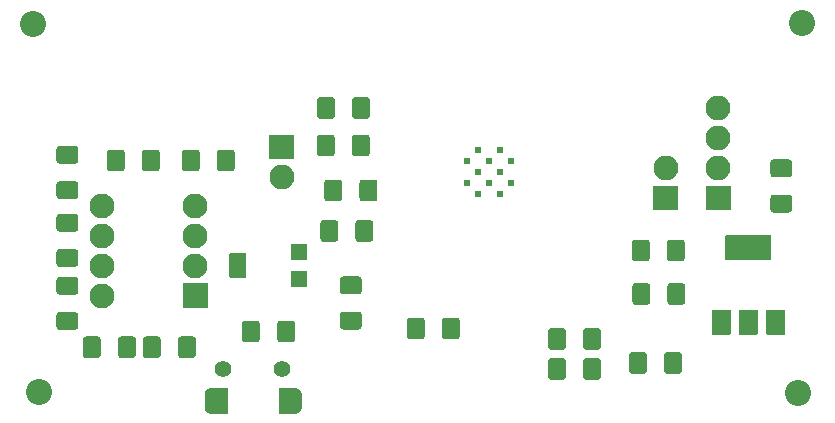
<source format=gts>
G04 #@! TF.GenerationSoftware,KiCad,Pcbnew,(5.1.9)-1*
G04 #@! TF.CreationDate,2021-04-14T09:49:37+02:00*
G04 #@! TF.ProjectId,Copy_bachelorproef morse,436f7079-5f62-4616-9368-656c6f727072,rev?*
G04 #@! TF.SameCoordinates,Original*
G04 #@! TF.FileFunction,Soldermask,Top*
G04 #@! TF.FilePolarity,Negative*
%FSLAX46Y46*%
G04 Gerber Fmt 4.6, Leading zero omitted, Abs format (unit mm)*
G04 Created by KiCad (PCBNEW (5.1.9)-1) date 2021-04-14 09:49:37*
%MOMM*%
%LPD*%
G01*
G04 APERTURE LIST*
%ADD10C,0.000100*%
%ADD11C,2.202000*%
%ADD12C,0.602000*%
%ADD13O,2.102000X2.102000*%
%ADD14C,2.102000*%
%ADD15C,1.402000*%
G04 APERTURE END LIST*
D10*
G36*
X113926500Y-102455000D02*
G01*
X112626500Y-102455000D01*
X112626500Y-104555000D01*
X113926500Y-104555000D01*
X113956590Y-104554210D01*
X113986600Y-104551850D01*
X114016450Y-104547920D01*
X114046050Y-104542430D01*
X114075320Y-104535410D01*
X114104180Y-104526860D01*
X114132560Y-104516810D01*
X114160370Y-104505290D01*
X114187540Y-104492329D01*
X114214000Y-104477965D01*
X114239670Y-104462236D01*
X114264480Y-104445185D01*
X114288360Y-104426859D01*
X114311250Y-104407308D01*
X114333090Y-104386586D01*
X114353810Y-104364750D01*
X114373360Y-104341859D01*
X114391680Y-104317977D01*
X114408740Y-104293167D01*
X114424460Y-104267500D01*
X114438830Y-104241045D01*
X114451790Y-104213874D01*
X114463310Y-104186062D01*
X114473360Y-104157685D01*
X114481910Y-104128821D01*
X114488930Y-104099549D01*
X114494420Y-104069950D01*
X114498350Y-104040104D01*
X114500710Y-104010093D01*
X114501500Y-103980000D01*
X114501500Y-103030000D01*
X114500710Y-102999907D01*
X114498350Y-102969896D01*
X114494420Y-102940050D01*
X114488930Y-102910451D01*
X114481910Y-102881179D01*
X114473360Y-102852315D01*
X114463310Y-102823938D01*
X114451790Y-102796126D01*
X114438830Y-102768955D01*
X114424460Y-102742500D01*
X114408740Y-102716833D01*
X114391680Y-102692023D01*
X114373360Y-102668141D01*
X114353810Y-102645250D01*
X114333090Y-102623414D01*
X114311250Y-102602692D01*
X114288360Y-102583141D01*
X114264480Y-102564815D01*
X114239670Y-102547764D01*
X114214000Y-102532035D01*
X114187540Y-102517671D01*
X114160370Y-102504710D01*
X114132560Y-102493190D01*
X114104180Y-102483140D01*
X114075320Y-102474590D01*
X114046050Y-102467570D01*
X114016450Y-102462080D01*
X113986600Y-102458150D01*
X113956590Y-102455790D01*
X113926500Y-102455000D01*
G37*
X113926500Y-102455000D02*
X112626500Y-102455000D01*
X112626500Y-104555000D01*
X113926500Y-104555000D01*
X113956590Y-104554210D01*
X113986600Y-104551850D01*
X114016450Y-104547920D01*
X114046050Y-104542430D01*
X114075320Y-104535410D01*
X114104180Y-104526860D01*
X114132560Y-104516810D01*
X114160370Y-104505290D01*
X114187540Y-104492329D01*
X114214000Y-104477965D01*
X114239670Y-104462236D01*
X114264480Y-104445185D01*
X114288360Y-104426859D01*
X114311250Y-104407308D01*
X114333090Y-104386586D01*
X114353810Y-104364750D01*
X114373360Y-104341859D01*
X114391680Y-104317977D01*
X114408740Y-104293167D01*
X114424460Y-104267500D01*
X114438830Y-104241045D01*
X114451790Y-104213874D01*
X114463310Y-104186062D01*
X114473360Y-104157685D01*
X114481910Y-104128821D01*
X114488930Y-104099549D01*
X114494420Y-104069950D01*
X114498350Y-104040104D01*
X114500710Y-104010093D01*
X114501500Y-103980000D01*
X114501500Y-103030000D01*
X114500710Y-102999907D01*
X114498350Y-102969896D01*
X114494420Y-102940050D01*
X114488930Y-102910451D01*
X114481910Y-102881179D01*
X114473360Y-102852315D01*
X114463310Y-102823938D01*
X114451790Y-102796126D01*
X114438830Y-102768955D01*
X114424460Y-102742500D01*
X114408740Y-102716833D01*
X114391680Y-102692023D01*
X114373360Y-102668141D01*
X114353810Y-102645250D01*
X114333090Y-102623414D01*
X114311250Y-102602692D01*
X114288360Y-102583141D01*
X114264480Y-102564815D01*
X114239670Y-102547764D01*
X114214000Y-102532035D01*
X114187540Y-102517671D01*
X114160370Y-102504710D01*
X114132560Y-102493190D01*
X114104180Y-102483140D01*
X114075320Y-102474590D01*
X114046050Y-102467570D01*
X114016450Y-102462080D01*
X113986600Y-102458150D01*
X113956590Y-102455790D01*
X113926500Y-102455000D01*
G36*
X106926500Y-102455000D02*
G01*
X108226500Y-102455000D01*
X108226500Y-104555000D01*
X106926500Y-104555000D01*
X106896410Y-104554210D01*
X106866400Y-104551850D01*
X106836550Y-104547920D01*
X106806950Y-104542430D01*
X106777680Y-104535410D01*
X106748820Y-104526860D01*
X106720440Y-104516810D01*
X106692630Y-104505290D01*
X106665460Y-104492329D01*
X106639000Y-104477965D01*
X106613330Y-104462236D01*
X106588520Y-104445185D01*
X106564640Y-104426859D01*
X106541750Y-104407308D01*
X106519910Y-104386586D01*
X106499190Y-104364750D01*
X106479640Y-104341859D01*
X106461320Y-104317977D01*
X106444260Y-104293167D01*
X106428540Y-104267500D01*
X106414170Y-104241045D01*
X106401210Y-104213874D01*
X106389690Y-104186062D01*
X106379640Y-104157685D01*
X106371090Y-104128821D01*
X106364070Y-104099549D01*
X106358580Y-104069950D01*
X106354650Y-104040104D01*
X106352290Y-104010093D01*
X106351500Y-103980000D01*
X106351500Y-103030000D01*
X106352290Y-102999907D01*
X106354650Y-102969896D01*
X106358580Y-102940050D01*
X106364070Y-102910451D01*
X106371090Y-102881179D01*
X106379640Y-102852315D01*
X106389690Y-102823938D01*
X106401210Y-102796126D01*
X106414170Y-102768955D01*
X106428540Y-102742500D01*
X106444260Y-102716833D01*
X106461320Y-102692023D01*
X106479640Y-102668141D01*
X106499190Y-102645250D01*
X106519910Y-102623414D01*
X106541750Y-102602692D01*
X106564640Y-102583141D01*
X106588520Y-102564815D01*
X106613330Y-102547764D01*
X106639000Y-102532035D01*
X106665460Y-102517671D01*
X106692630Y-102504710D01*
X106720440Y-102493190D01*
X106748820Y-102483140D01*
X106777680Y-102474590D01*
X106806950Y-102467570D01*
X106836550Y-102462080D01*
X106866400Y-102458150D01*
X106896410Y-102455790D01*
X106926500Y-102455000D01*
G37*
X106926500Y-102455000D02*
X108226500Y-102455000D01*
X108226500Y-104555000D01*
X106926500Y-104555000D01*
X106896410Y-104554210D01*
X106866400Y-104551850D01*
X106836550Y-104547920D01*
X106806950Y-104542430D01*
X106777680Y-104535410D01*
X106748820Y-104526860D01*
X106720440Y-104516810D01*
X106692630Y-104505290D01*
X106665460Y-104492329D01*
X106639000Y-104477965D01*
X106613330Y-104462236D01*
X106588520Y-104445185D01*
X106564640Y-104426859D01*
X106541750Y-104407308D01*
X106519910Y-104386586D01*
X106499190Y-104364750D01*
X106479640Y-104341859D01*
X106461320Y-104317977D01*
X106444260Y-104293167D01*
X106428540Y-104267500D01*
X106414170Y-104241045D01*
X106401210Y-104213874D01*
X106389690Y-104186062D01*
X106379640Y-104157685D01*
X106371090Y-104128821D01*
X106364070Y-104099549D01*
X106358580Y-104069950D01*
X106354650Y-104040104D01*
X106352290Y-104010093D01*
X106351500Y-103980000D01*
X106351500Y-103030000D01*
X106352290Y-102999907D01*
X106354650Y-102969896D01*
X106358580Y-102940050D01*
X106364070Y-102910451D01*
X106371090Y-102881179D01*
X106379640Y-102852315D01*
X106389690Y-102823938D01*
X106401210Y-102796126D01*
X106414170Y-102768955D01*
X106428540Y-102742500D01*
X106444260Y-102716833D01*
X106461320Y-102692023D01*
X106479640Y-102668141D01*
X106499190Y-102645250D01*
X106519910Y-102623414D01*
X106541750Y-102602692D01*
X106564640Y-102583141D01*
X106588520Y-102564815D01*
X106613330Y-102547764D01*
X106639000Y-102532035D01*
X106665460Y-102517671D01*
X106692630Y-102504710D01*
X106720440Y-102493190D01*
X106748820Y-102483140D01*
X106777680Y-102474590D01*
X106806950Y-102467570D01*
X106836550Y-102462080D01*
X106866400Y-102458150D01*
X106896410Y-102455790D01*
X106926500Y-102455000D01*
G36*
X113926500Y-102455000D02*
G01*
X112626500Y-102455000D01*
X112626500Y-104555000D01*
X113926500Y-104555000D01*
X113956590Y-104554210D01*
X113986600Y-104551850D01*
X114016450Y-104547920D01*
X114046050Y-104542430D01*
X114075320Y-104535410D01*
X114104180Y-104526860D01*
X114132560Y-104516810D01*
X114160370Y-104505290D01*
X114187540Y-104492329D01*
X114214000Y-104477965D01*
X114239670Y-104462236D01*
X114264480Y-104445185D01*
X114288360Y-104426859D01*
X114311250Y-104407308D01*
X114333090Y-104386586D01*
X114353810Y-104364750D01*
X114373360Y-104341859D01*
X114391680Y-104317977D01*
X114408740Y-104293167D01*
X114424460Y-104267500D01*
X114438830Y-104241045D01*
X114451790Y-104213874D01*
X114463310Y-104186062D01*
X114473360Y-104157685D01*
X114481910Y-104128821D01*
X114488930Y-104099549D01*
X114494420Y-104069950D01*
X114498350Y-104040104D01*
X114500710Y-104010093D01*
X114501500Y-103980000D01*
X114501500Y-103030000D01*
X114500710Y-102999907D01*
X114498350Y-102969896D01*
X114494420Y-102940050D01*
X114488930Y-102910451D01*
X114481910Y-102881179D01*
X114473360Y-102852315D01*
X114463310Y-102823938D01*
X114451790Y-102796126D01*
X114438830Y-102768955D01*
X114424460Y-102742500D01*
X114408740Y-102716833D01*
X114391680Y-102692023D01*
X114373360Y-102668141D01*
X114353810Y-102645250D01*
X114333090Y-102623414D01*
X114311250Y-102602692D01*
X114288360Y-102583141D01*
X114264480Y-102564815D01*
X114239670Y-102547764D01*
X114214000Y-102532035D01*
X114187540Y-102517671D01*
X114160370Y-102504710D01*
X114132560Y-102493190D01*
X114104180Y-102483140D01*
X114075320Y-102474590D01*
X114046050Y-102467570D01*
X114016450Y-102462080D01*
X113986600Y-102458150D01*
X113956590Y-102455790D01*
X113926500Y-102455000D01*
G37*
X113926500Y-102455000D02*
X112626500Y-102455000D01*
X112626500Y-104555000D01*
X113926500Y-104555000D01*
X113956590Y-104554210D01*
X113986600Y-104551850D01*
X114016450Y-104547920D01*
X114046050Y-104542430D01*
X114075320Y-104535410D01*
X114104180Y-104526860D01*
X114132560Y-104516810D01*
X114160370Y-104505290D01*
X114187540Y-104492329D01*
X114214000Y-104477965D01*
X114239670Y-104462236D01*
X114264480Y-104445185D01*
X114288360Y-104426859D01*
X114311250Y-104407308D01*
X114333090Y-104386586D01*
X114353810Y-104364750D01*
X114373360Y-104341859D01*
X114391680Y-104317977D01*
X114408740Y-104293167D01*
X114424460Y-104267500D01*
X114438830Y-104241045D01*
X114451790Y-104213874D01*
X114463310Y-104186062D01*
X114473360Y-104157685D01*
X114481910Y-104128821D01*
X114488930Y-104099549D01*
X114494420Y-104069950D01*
X114498350Y-104040104D01*
X114500710Y-104010093D01*
X114501500Y-103980000D01*
X114501500Y-103030000D01*
X114500710Y-102999907D01*
X114498350Y-102969896D01*
X114494420Y-102940050D01*
X114488930Y-102910451D01*
X114481910Y-102881179D01*
X114473360Y-102852315D01*
X114463310Y-102823938D01*
X114451790Y-102796126D01*
X114438830Y-102768955D01*
X114424460Y-102742500D01*
X114408740Y-102716833D01*
X114391680Y-102692023D01*
X114373360Y-102668141D01*
X114353810Y-102645250D01*
X114333090Y-102623414D01*
X114311250Y-102602692D01*
X114288360Y-102583141D01*
X114264480Y-102564815D01*
X114239670Y-102547764D01*
X114214000Y-102532035D01*
X114187540Y-102517671D01*
X114160370Y-102504710D01*
X114132560Y-102493190D01*
X114104180Y-102483140D01*
X114075320Y-102474590D01*
X114046050Y-102467570D01*
X114016450Y-102462080D01*
X113986600Y-102458150D01*
X113956590Y-102455790D01*
X113926500Y-102455000D01*
G36*
X106926500Y-102455000D02*
G01*
X108226500Y-102455000D01*
X108226500Y-104555000D01*
X106926500Y-104555000D01*
X106896410Y-104554210D01*
X106866400Y-104551850D01*
X106836550Y-104547920D01*
X106806950Y-104542430D01*
X106777680Y-104535410D01*
X106748820Y-104526860D01*
X106720440Y-104516810D01*
X106692630Y-104505290D01*
X106665460Y-104492329D01*
X106639000Y-104477965D01*
X106613330Y-104462236D01*
X106588520Y-104445185D01*
X106564640Y-104426859D01*
X106541750Y-104407308D01*
X106519910Y-104386586D01*
X106499190Y-104364750D01*
X106479640Y-104341859D01*
X106461320Y-104317977D01*
X106444260Y-104293167D01*
X106428540Y-104267500D01*
X106414170Y-104241045D01*
X106401210Y-104213874D01*
X106389690Y-104186062D01*
X106379640Y-104157685D01*
X106371090Y-104128821D01*
X106364070Y-104099549D01*
X106358580Y-104069950D01*
X106354650Y-104040104D01*
X106352290Y-104010093D01*
X106351500Y-103980000D01*
X106351500Y-103030000D01*
X106352290Y-102999907D01*
X106354650Y-102969896D01*
X106358580Y-102940050D01*
X106364070Y-102910451D01*
X106371090Y-102881179D01*
X106379640Y-102852315D01*
X106389690Y-102823938D01*
X106401210Y-102796126D01*
X106414170Y-102768955D01*
X106428540Y-102742500D01*
X106444260Y-102716833D01*
X106461320Y-102692023D01*
X106479640Y-102668141D01*
X106499190Y-102645250D01*
X106519910Y-102623414D01*
X106541750Y-102602692D01*
X106564640Y-102583141D01*
X106588520Y-102564815D01*
X106613330Y-102547764D01*
X106639000Y-102532035D01*
X106665460Y-102517671D01*
X106692630Y-102504710D01*
X106720440Y-102493190D01*
X106748820Y-102483140D01*
X106777680Y-102474590D01*
X106806950Y-102467570D01*
X106836550Y-102462080D01*
X106866400Y-102458150D01*
X106896410Y-102455790D01*
X106926500Y-102455000D01*
G37*
X106926500Y-102455000D02*
X108226500Y-102455000D01*
X108226500Y-104555000D01*
X106926500Y-104555000D01*
X106896410Y-104554210D01*
X106866400Y-104551850D01*
X106836550Y-104547920D01*
X106806950Y-104542430D01*
X106777680Y-104535410D01*
X106748820Y-104526860D01*
X106720440Y-104516810D01*
X106692630Y-104505290D01*
X106665460Y-104492329D01*
X106639000Y-104477965D01*
X106613330Y-104462236D01*
X106588520Y-104445185D01*
X106564640Y-104426859D01*
X106541750Y-104407308D01*
X106519910Y-104386586D01*
X106499190Y-104364750D01*
X106479640Y-104341859D01*
X106461320Y-104317977D01*
X106444260Y-104293167D01*
X106428540Y-104267500D01*
X106414170Y-104241045D01*
X106401210Y-104213874D01*
X106389690Y-104186062D01*
X106379640Y-104157685D01*
X106371090Y-104128821D01*
X106364070Y-104099549D01*
X106358580Y-104069950D01*
X106354650Y-104040104D01*
X106352290Y-104010093D01*
X106351500Y-103980000D01*
X106351500Y-103030000D01*
X106352290Y-102999907D01*
X106354650Y-102969896D01*
X106358580Y-102940050D01*
X106364070Y-102910451D01*
X106371090Y-102881179D01*
X106379640Y-102852315D01*
X106389690Y-102823938D01*
X106401210Y-102796126D01*
X106414170Y-102768955D01*
X106428540Y-102742500D01*
X106444260Y-102716833D01*
X106461320Y-102692023D01*
X106479640Y-102668141D01*
X106499190Y-102645250D01*
X106519910Y-102623414D01*
X106541750Y-102602692D01*
X106564640Y-102583141D01*
X106588520Y-102564815D01*
X106613330Y-102547764D01*
X106639000Y-102532035D01*
X106665460Y-102517671D01*
X106692630Y-102504710D01*
X106720440Y-102493190D01*
X106748820Y-102483140D01*
X106777680Y-102474590D01*
X106806950Y-102467570D01*
X106836550Y-102462080D01*
X106866400Y-102458150D01*
X106896410Y-102455790D01*
X106926500Y-102455000D01*
G36*
G01*
X154300000Y-91627000D02*
X150500000Y-91627000D01*
G75*
G02*
X150449000Y-91576000I0J51000D01*
G01*
X150449000Y-89576000D01*
G75*
G02*
X150500000Y-89525000I51000J0D01*
G01*
X154300000Y-89525000D01*
G75*
G02*
X154351000Y-89576000I0J-51000D01*
G01*
X154351000Y-91576000D01*
G75*
G02*
X154300000Y-91627000I-51000J0D01*
G01*
G37*
G36*
G01*
X153150000Y-97927000D02*
X151650000Y-97927000D01*
G75*
G02*
X151599000Y-97876000I0J51000D01*
G01*
X151599000Y-95876000D01*
G75*
G02*
X151650000Y-95825000I51000J0D01*
G01*
X153150000Y-95825000D01*
G75*
G02*
X153201000Y-95876000I0J-51000D01*
G01*
X153201000Y-97876000D01*
G75*
G02*
X153150000Y-97927000I-51000J0D01*
G01*
G37*
G36*
G01*
X155450000Y-97927000D02*
X153950000Y-97927000D01*
G75*
G02*
X153899000Y-97876000I0J51000D01*
G01*
X153899000Y-95876000D01*
G75*
G02*
X153950000Y-95825000I51000J0D01*
G01*
X155450000Y-95825000D01*
G75*
G02*
X155501000Y-95876000I0J-51000D01*
G01*
X155501000Y-97876000D01*
G75*
G02*
X155450000Y-97927000I-51000J0D01*
G01*
G37*
G36*
G01*
X150850000Y-97927000D02*
X149350000Y-97927000D01*
G75*
G02*
X149299000Y-97876000I0J51000D01*
G01*
X149299000Y-95876000D01*
G75*
G02*
X149350000Y-95825000I51000J0D01*
G01*
X150850000Y-95825000D01*
G75*
G02*
X150901000Y-95876000I0J-51000D01*
G01*
X150901000Y-97876000D01*
G75*
G02*
X150850000Y-97927000I-51000J0D01*
G01*
G37*
G36*
G01*
X113659000Y-93875000D02*
X113659000Y-92575000D01*
G75*
G02*
X113710000Y-92524000I51000J0D01*
G01*
X115010000Y-92524000D01*
G75*
G02*
X115061000Y-92575000I0J-51000D01*
G01*
X115061000Y-93875000D01*
G75*
G02*
X115010000Y-93926000I-51000J0D01*
G01*
X113710000Y-93926000D01*
G75*
G02*
X113659000Y-93875000I0J51000D01*
G01*
G37*
G36*
G01*
X108459000Y-93075000D02*
X108459000Y-91075000D01*
G75*
G02*
X108510000Y-91024000I51000J0D01*
G01*
X109810000Y-91024000D01*
G75*
G02*
X109861000Y-91075000I0J-51000D01*
G01*
X109861000Y-93075000D01*
G75*
G02*
X109810000Y-93126000I-51000J0D01*
G01*
X108510000Y-93126000D01*
G75*
G02*
X108459000Y-93075000I0J51000D01*
G01*
G37*
G36*
G01*
X113659000Y-91575000D02*
X113659000Y-90275000D01*
G75*
G02*
X113710000Y-90224000I51000J0D01*
G01*
X115010000Y-90224000D01*
G75*
G02*
X115061000Y-90275000I0J-51000D01*
G01*
X115061000Y-91575000D01*
G75*
G02*
X115010000Y-91626000I-51000J0D01*
G01*
X113710000Y-91626000D01*
G75*
G02*
X113659000Y-91575000I0J51000D01*
G01*
G37*
D11*
X92329000Y-102743000D03*
X91821000Y-71628000D03*
X156972000Y-71501000D03*
X156591000Y-102870000D03*
D12*
X129527500Y-82320000D03*
X131362500Y-82320000D03*
X128610000Y-83237500D03*
X130445000Y-83237500D03*
X132280000Y-83237500D03*
X129527500Y-84155000D03*
X131362500Y-84155000D03*
X128610000Y-85072500D03*
X130445000Y-85072500D03*
X132280000Y-85072500D03*
X129527500Y-85990000D03*
X131362500Y-85990000D03*
G36*
G01*
X150911000Y-85360000D02*
X150911000Y-87360000D01*
G75*
G02*
X150860000Y-87411000I-51000J0D01*
G01*
X148860000Y-87411000D01*
G75*
G02*
X148809000Y-87360000I0J51000D01*
G01*
X148809000Y-85360000D01*
G75*
G02*
X148860000Y-85309000I51000J0D01*
G01*
X150860000Y-85309000D01*
G75*
G02*
X150911000Y-85360000I0J-51000D01*
G01*
G37*
D13*
X149860000Y-83820000D03*
X149860000Y-81280000D03*
X149860000Y-78740000D03*
G36*
G01*
X138392000Y-98956106D02*
X138392000Y-97639894D01*
G75*
G02*
X138659894Y-97372000I267894J0D01*
G01*
X139651106Y-97372000D01*
G75*
G02*
X139919000Y-97639894I0J-267894D01*
G01*
X139919000Y-98956106D01*
G75*
G02*
X139651106Y-99224000I-267894J0D01*
G01*
X138659894Y-99224000D01*
G75*
G02*
X138392000Y-98956106I0J267894D01*
G01*
G37*
G36*
G01*
X135417000Y-98956106D02*
X135417000Y-97639894D01*
G75*
G02*
X135684894Y-97372000I267894J0D01*
G01*
X136676106Y-97372000D01*
G75*
G02*
X136944000Y-97639894I0J-267894D01*
G01*
X136944000Y-98956106D01*
G75*
G02*
X136676106Y-99224000I-267894J0D01*
G01*
X135684894Y-99224000D01*
G75*
G02*
X135417000Y-98956106I0J267894D01*
G01*
G37*
G36*
G01*
X124997000Y-96750894D02*
X124997000Y-98067106D01*
G75*
G02*
X124729106Y-98335000I-267894J0D01*
G01*
X123737894Y-98335000D01*
G75*
G02*
X123470000Y-98067106I0J267894D01*
G01*
X123470000Y-96750894D01*
G75*
G02*
X123737894Y-96483000I267894J0D01*
G01*
X124729106Y-96483000D01*
G75*
G02*
X124997000Y-96750894I0J-267894D01*
G01*
G37*
G36*
G01*
X127972000Y-96750894D02*
X127972000Y-98067106D01*
G75*
G02*
X127704106Y-98335000I-267894J0D01*
G01*
X126712894Y-98335000D01*
G75*
G02*
X126445000Y-98067106I0J267894D01*
G01*
X126445000Y-96750894D01*
G75*
G02*
X126712894Y-96483000I267894J0D01*
G01*
X127704106Y-96483000D01*
G75*
G02*
X127972000Y-96750894I0J-267894D01*
G01*
G37*
G36*
G01*
X146466000Y-85360000D02*
X146466000Y-87360000D01*
G75*
G02*
X146415000Y-87411000I-51000J0D01*
G01*
X144415000Y-87411000D01*
G75*
G02*
X144364000Y-87360000I0J51000D01*
G01*
X144364000Y-85360000D01*
G75*
G02*
X144415000Y-85309000I51000J0D01*
G01*
X146415000Y-85309000D01*
G75*
G02*
X146466000Y-85360000I0J-51000D01*
G01*
G37*
X145415000Y-83820000D03*
G36*
G01*
X94083894Y-96010500D02*
X95400106Y-96010500D01*
G75*
G02*
X95668000Y-96278394I0J-267894D01*
G01*
X95668000Y-97269606D01*
G75*
G02*
X95400106Y-97537500I-267894J0D01*
G01*
X94083894Y-97537500D01*
G75*
G02*
X93816000Y-97269606I0J267894D01*
G01*
X93816000Y-96278394D01*
G75*
G02*
X94083894Y-96010500I267894J0D01*
G01*
G37*
G36*
G01*
X94083894Y-93035500D02*
X95400106Y-93035500D01*
G75*
G02*
X95668000Y-93303394I0J-267894D01*
G01*
X95668000Y-94294606D01*
G75*
G02*
X95400106Y-94562500I-267894J0D01*
G01*
X94083894Y-94562500D01*
G75*
G02*
X93816000Y-94294606I0J267894D01*
G01*
X93816000Y-93303394D01*
G75*
G02*
X94083894Y-93035500I267894J0D01*
G01*
G37*
G36*
G01*
X106621000Y-93615000D02*
X106621000Y-95615000D01*
G75*
G02*
X106570000Y-95666000I-51000J0D01*
G01*
X104570000Y-95666000D01*
G75*
G02*
X104519000Y-95615000I0J51000D01*
G01*
X104519000Y-93615000D01*
G75*
G02*
X104570000Y-93564000I51000J0D01*
G01*
X106570000Y-93564000D01*
G75*
G02*
X106621000Y-93615000I0J-51000D01*
G01*
G37*
D14*
X105570000Y-92075000D03*
X105570000Y-89535000D03*
X105570000Y-86995000D03*
X97630000Y-86995000D03*
X97630000Y-89535000D03*
X97630000Y-92075000D03*
X97630000Y-94615000D03*
D15*
X107926500Y-100805000D03*
X112926500Y-100805000D03*
G36*
G01*
X111852000Y-83042000D02*
X111852000Y-81042000D01*
G75*
G02*
X111903000Y-80991000I51000J0D01*
G01*
X113903000Y-80991000D01*
G75*
G02*
X113954000Y-81042000I0J-51000D01*
G01*
X113954000Y-83042000D01*
G75*
G02*
X113903000Y-83093000I-51000J0D01*
G01*
X111903000Y-83093000D01*
G75*
G02*
X111852000Y-83042000I0J51000D01*
G01*
G37*
D13*
X112903000Y-84582000D03*
G36*
G01*
X115859000Y-79398106D02*
X115859000Y-78081894D01*
G75*
G02*
X116126894Y-77814000I267894J0D01*
G01*
X117118106Y-77814000D01*
G75*
G02*
X117386000Y-78081894I0J-267894D01*
G01*
X117386000Y-79398106D01*
G75*
G02*
X117118106Y-79666000I-267894J0D01*
G01*
X116126894Y-79666000D01*
G75*
G02*
X115859000Y-79398106I0J267894D01*
G01*
G37*
G36*
G01*
X118834000Y-79398106D02*
X118834000Y-78081894D01*
G75*
G02*
X119101894Y-77814000I267894J0D01*
G01*
X120093106Y-77814000D01*
G75*
G02*
X120361000Y-78081894I0J-267894D01*
G01*
X120361000Y-79398106D01*
G75*
G02*
X120093106Y-79666000I-267894J0D01*
G01*
X119101894Y-79666000D01*
G75*
G02*
X118834000Y-79398106I0J267894D01*
G01*
G37*
G36*
G01*
X120996000Y-85066894D02*
X120996000Y-86383106D01*
G75*
G02*
X120728106Y-86651000I-267894J0D01*
G01*
X119736894Y-86651000D01*
G75*
G02*
X119469000Y-86383106I0J267894D01*
G01*
X119469000Y-85066894D01*
G75*
G02*
X119736894Y-84799000I267894J0D01*
G01*
X120728106Y-84799000D01*
G75*
G02*
X120996000Y-85066894I0J-267894D01*
G01*
G37*
G36*
G01*
X118021000Y-85066894D02*
X118021000Y-86383106D01*
G75*
G02*
X117753106Y-86651000I-267894J0D01*
G01*
X116761894Y-86651000D01*
G75*
G02*
X116494000Y-86383106I0J267894D01*
G01*
X116494000Y-85066894D01*
G75*
G02*
X116761894Y-84799000I267894J0D01*
G01*
X117753106Y-84799000D01*
G75*
G02*
X118021000Y-85066894I0J-267894D01*
G01*
G37*
G36*
G01*
X155852106Y-87595000D02*
X154535894Y-87595000D01*
G75*
G02*
X154268000Y-87327106I0J267894D01*
G01*
X154268000Y-86335894D01*
G75*
G02*
X154535894Y-86068000I267894J0D01*
G01*
X155852106Y-86068000D01*
G75*
G02*
X156120000Y-86335894I0J-267894D01*
G01*
X156120000Y-87327106D01*
G75*
G02*
X155852106Y-87595000I-267894J0D01*
G01*
G37*
G36*
G01*
X155852106Y-84620000D02*
X154535894Y-84620000D01*
G75*
G02*
X154268000Y-84352106I0J267894D01*
G01*
X154268000Y-83360894D01*
G75*
G02*
X154535894Y-83093000I267894J0D01*
G01*
X155852106Y-83093000D01*
G75*
G02*
X156120000Y-83360894I0J-267894D01*
G01*
X156120000Y-84352106D01*
G75*
G02*
X155852106Y-84620000I-267894J0D01*
G01*
G37*
G36*
G01*
X146777000Y-99671894D02*
X146777000Y-100988106D01*
G75*
G02*
X146509106Y-101256000I-267894J0D01*
G01*
X145517894Y-101256000D01*
G75*
G02*
X145250000Y-100988106I0J267894D01*
G01*
X145250000Y-99671894D01*
G75*
G02*
X145517894Y-99404000I267894J0D01*
G01*
X146509106Y-99404000D01*
G75*
G02*
X146777000Y-99671894I0J-267894D01*
G01*
G37*
G36*
G01*
X143802000Y-99671894D02*
X143802000Y-100988106D01*
G75*
G02*
X143534106Y-101256000I-267894J0D01*
G01*
X142542894Y-101256000D01*
G75*
G02*
X142275000Y-100988106I0J267894D01*
G01*
X142275000Y-99671894D01*
G75*
G02*
X142542894Y-99404000I267894J0D01*
G01*
X143534106Y-99404000D01*
G75*
G02*
X143802000Y-99671894I0J-267894D01*
G01*
G37*
G36*
G01*
X94083894Y-90676500D02*
X95400106Y-90676500D01*
G75*
G02*
X95668000Y-90944394I0J-267894D01*
G01*
X95668000Y-91935606D01*
G75*
G02*
X95400106Y-92203500I-267894J0D01*
G01*
X94083894Y-92203500D01*
G75*
G02*
X93816000Y-91935606I0J267894D01*
G01*
X93816000Y-90944394D01*
G75*
G02*
X94083894Y-90676500I267894J0D01*
G01*
G37*
G36*
G01*
X94083894Y-87701500D02*
X95400106Y-87701500D01*
G75*
G02*
X95668000Y-87969394I0J-267894D01*
G01*
X95668000Y-88960606D01*
G75*
G02*
X95400106Y-89228500I-267894J0D01*
G01*
X94083894Y-89228500D01*
G75*
G02*
X93816000Y-88960606I0J267894D01*
G01*
X93816000Y-87969394D01*
G75*
G02*
X94083894Y-87701500I267894J0D01*
G01*
G37*
G36*
G01*
X116149500Y-89812106D02*
X116149500Y-88495894D01*
G75*
G02*
X116417394Y-88228000I267894J0D01*
G01*
X117408606Y-88228000D01*
G75*
G02*
X117676500Y-88495894I0J-267894D01*
G01*
X117676500Y-89812106D01*
G75*
G02*
X117408606Y-90080000I-267894J0D01*
G01*
X116417394Y-90080000D01*
G75*
G02*
X116149500Y-89812106I0J267894D01*
G01*
G37*
G36*
G01*
X119124500Y-89812106D02*
X119124500Y-88495894D01*
G75*
G02*
X119392394Y-88228000I267894J0D01*
G01*
X120383606Y-88228000D01*
G75*
G02*
X120651500Y-88495894I0J-267894D01*
G01*
X120651500Y-89812106D01*
G75*
G02*
X120383606Y-90080000I-267894J0D01*
G01*
X119392394Y-90080000D01*
G75*
G02*
X119124500Y-89812106I0J267894D01*
G01*
G37*
G36*
G01*
X99606000Y-82526894D02*
X99606000Y-83843106D01*
G75*
G02*
X99338106Y-84111000I-267894J0D01*
G01*
X98346894Y-84111000D01*
G75*
G02*
X98079000Y-83843106I0J267894D01*
G01*
X98079000Y-82526894D01*
G75*
G02*
X98346894Y-82259000I267894J0D01*
G01*
X99338106Y-82259000D01*
G75*
G02*
X99606000Y-82526894I0J-267894D01*
G01*
G37*
G36*
G01*
X102581000Y-82526894D02*
X102581000Y-83843106D01*
G75*
G02*
X102313106Y-84111000I-267894J0D01*
G01*
X101321894Y-84111000D01*
G75*
G02*
X101054000Y-83843106I0J267894D01*
G01*
X101054000Y-82526894D01*
G75*
G02*
X101321894Y-82259000I267894J0D01*
G01*
X102313106Y-82259000D01*
G75*
G02*
X102581000Y-82526894I0J-267894D01*
G01*
G37*
G36*
G01*
X107404000Y-83843106D02*
X107404000Y-82526894D01*
G75*
G02*
X107671894Y-82259000I267894J0D01*
G01*
X108663106Y-82259000D01*
G75*
G02*
X108931000Y-82526894I0J-267894D01*
G01*
X108931000Y-83843106D01*
G75*
G02*
X108663106Y-84111000I-267894J0D01*
G01*
X107671894Y-84111000D01*
G75*
G02*
X107404000Y-83843106I0J267894D01*
G01*
G37*
G36*
G01*
X104429000Y-83843106D02*
X104429000Y-82526894D01*
G75*
G02*
X104696894Y-82259000I267894J0D01*
G01*
X105688106Y-82259000D01*
G75*
G02*
X105956000Y-82526894I0J-267894D01*
G01*
X105956000Y-83843106D01*
G75*
G02*
X105688106Y-84111000I-267894J0D01*
G01*
X104696894Y-84111000D01*
G75*
G02*
X104429000Y-83843106I0J267894D01*
G01*
G37*
G36*
G01*
X97574000Y-98338394D02*
X97574000Y-99654606D01*
G75*
G02*
X97306106Y-99922500I-267894J0D01*
G01*
X96314894Y-99922500D01*
G75*
G02*
X96047000Y-99654606I0J267894D01*
G01*
X96047000Y-98338394D01*
G75*
G02*
X96314894Y-98070500I267894J0D01*
G01*
X97306106Y-98070500D01*
G75*
G02*
X97574000Y-98338394I0J-267894D01*
G01*
G37*
G36*
G01*
X100549000Y-98338394D02*
X100549000Y-99654606D01*
G75*
G02*
X100281106Y-99922500I-267894J0D01*
G01*
X99289894Y-99922500D01*
G75*
G02*
X99022000Y-99654606I0J267894D01*
G01*
X99022000Y-98338394D01*
G75*
G02*
X99289894Y-98070500I267894J0D01*
G01*
X100281106Y-98070500D01*
G75*
G02*
X100549000Y-98338394I0J-267894D01*
G01*
G37*
G36*
G01*
X115859000Y-82573106D02*
X115859000Y-81256894D01*
G75*
G02*
X116126894Y-80989000I267894J0D01*
G01*
X117118106Y-80989000D01*
G75*
G02*
X117386000Y-81256894I0J-267894D01*
G01*
X117386000Y-82573106D01*
G75*
G02*
X117118106Y-82841000I-267894J0D01*
G01*
X116126894Y-82841000D01*
G75*
G02*
X115859000Y-82573106I0J267894D01*
G01*
G37*
G36*
G01*
X118834000Y-82573106D02*
X118834000Y-81256894D01*
G75*
G02*
X119101894Y-80989000I267894J0D01*
G01*
X120093106Y-80989000D01*
G75*
G02*
X120361000Y-81256894I0J-267894D01*
G01*
X120361000Y-82573106D01*
G75*
G02*
X120093106Y-82841000I-267894J0D01*
G01*
X119101894Y-82841000D01*
G75*
G02*
X118834000Y-82573106I0J267894D01*
G01*
G37*
G36*
G01*
X139919000Y-100179894D02*
X139919000Y-101496106D01*
G75*
G02*
X139651106Y-101764000I-267894J0D01*
G01*
X138659894Y-101764000D01*
G75*
G02*
X138392000Y-101496106I0J267894D01*
G01*
X138392000Y-100179894D01*
G75*
G02*
X138659894Y-99912000I267894J0D01*
G01*
X139651106Y-99912000D01*
G75*
G02*
X139919000Y-100179894I0J-267894D01*
G01*
G37*
G36*
G01*
X136944000Y-100179894D02*
X136944000Y-101496106D01*
G75*
G02*
X136676106Y-101764000I-267894J0D01*
G01*
X135684894Y-101764000D01*
G75*
G02*
X135417000Y-101496106I0J267894D01*
G01*
X135417000Y-100179894D01*
G75*
G02*
X135684894Y-99912000I267894J0D01*
G01*
X136676106Y-99912000D01*
G75*
G02*
X136944000Y-100179894I0J-267894D01*
G01*
G37*
G36*
G01*
X102654000Y-98338394D02*
X102654000Y-99654606D01*
G75*
G02*
X102386106Y-99922500I-267894J0D01*
G01*
X101394894Y-99922500D01*
G75*
G02*
X101127000Y-99654606I0J267894D01*
G01*
X101127000Y-98338394D01*
G75*
G02*
X101394894Y-98070500I267894J0D01*
G01*
X102386106Y-98070500D01*
G75*
G02*
X102654000Y-98338394I0J-267894D01*
G01*
G37*
G36*
G01*
X105629000Y-98338394D02*
X105629000Y-99654606D01*
G75*
G02*
X105361106Y-99922500I-267894J0D01*
G01*
X104369894Y-99922500D01*
G75*
G02*
X104102000Y-99654606I0J267894D01*
G01*
X104102000Y-98338394D01*
G75*
G02*
X104369894Y-98070500I267894J0D01*
G01*
X105361106Y-98070500D01*
G75*
G02*
X105629000Y-98338394I0J-267894D01*
G01*
G37*
G36*
G01*
X94083894Y-81950000D02*
X95400106Y-81950000D01*
G75*
G02*
X95668000Y-82217894I0J-267894D01*
G01*
X95668000Y-83209106D01*
G75*
G02*
X95400106Y-83477000I-267894J0D01*
G01*
X94083894Y-83477000D01*
G75*
G02*
X93816000Y-83209106I0J267894D01*
G01*
X93816000Y-82217894D01*
G75*
G02*
X94083894Y-81950000I267894J0D01*
G01*
G37*
G36*
G01*
X94083894Y-84925000D02*
X95400106Y-84925000D01*
G75*
G02*
X95668000Y-85192894I0J-267894D01*
G01*
X95668000Y-86184106D01*
G75*
G02*
X95400106Y-86452000I-267894J0D01*
G01*
X94083894Y-86452000D01*
G75*
G02*
X93816000Y-86184106I0J267894D01*
G01*
X93816000Y-85192894D01*
G75*
G02*
X94083894Y-84925000I267894J0D01*
G01*
G37*
G36*
G01*
X118086894Y-95974000D02*
X119403106Y-95974000D01*
G75*
G02*
X119671000Y-96241894I0J-267894D01*
G01*
X119671000Y-97233106D01*
G75*
G02*
X119403106Y-97501000I-267894J0D01*
G01*
X118086894Y-97501000D01*
G75*
G02*
X117819000Y-97233106I0J267894D01*
G01*
X117819000Y-96241894D01*
G75*
G02*
X118086894Y-95974000I267894J0D01*
G01*
G37*
G36*
G01*
X118086894Y-92999000D02*
X119403106Y-92999000D01*
G75*
G02*
X119671000Y-93266894I0J-267894D01*
G01*
X119671000Y-94258106D01*
G75*
G02*
X119403106Y-94526000I-267894J0D01*
G01*
X118086894Y-94526000D01*
G75*
G02*
X117819000Y-94258106I0J267894D01*
G01*
X117819000Y-93266894D01*
G75*
G02*
X118086894Y-92999000I267894J0D01*
G01*
G37*
G36*
G01*
X114020000Y-97004894D02*
X114020000Y-98321106D01*
G75*
G02*
X113752106Y-98589000I-267894J0D01*
G01*
X112760894Y-98589000D01*
G75*
G02*
X112493000Y-98321106I0J267894D01*
G01*
X112493000Y-97004894D01*
G75*
G02*
X112760894Y-96737000I267894J0D01*
G01*
X113752106Y-96737000D01*
G75*
G02*
X114020000Y-97004894I0J-267894D01*
G01*
G37*
G36*
G01*
X111045000Y-97004894D02*
X111045000Y-98321106D01*
G75*
G02*
X110777106Y-98589000I-267894J0D01*
G01*
X109785894Y-98589000D01*
G75*
G02*
X109518000Y-98321106I0J267894D01*
G01*
X109518000Y-97004894D01*
G75*
G02*
X109785894Y-96737000I267894J0D01*
G01*
X110777106Y-96737000D01*
G75*
G02*
X111045000Y-97004894I0J-267894D01*
G01*
G37*
G36*
G01*
X144056000Y-90146894D02*
X144056000Y-91463106D01*
G75*
G02*
X143788106Y-91731000I-267894J0D01*
G01*
X142796894Y-91731000D01*
G75*
G02*
X142529000Y-91463106I0J267894D01*
G01*
X142529000Y-90146894D01*
G75*
G02*
X142796894Y-89879000I267894J0D01*
G01*
X143788106Y-89879000D01*
G75*
G02*
X144056000Y-90146894I0J-267894D01*
G01*
G37*
G36*
G01*
X147031000Y-90146894D02*
X147031000Y-91463106D01*
G75*
G02*
X146763106Y-91731000I-267894J0D01*
G01*
X145771894Y-91731000D01*
G75*
G02*
X145504000Y-91463106I0J267894D01*
G01*
X145504000Y-90146894D01*
G75*
G02*
X145771894Y-89879000I267894J0D01*
G01*
X146763106Y-89879000D01*
G75*
G02*
X147031000Y-90146894I0J-267894D01*
G01*
G37*
G36*
G01*
X147067500Y-93829894D02*
X147067500Y-95146106D01*
G75*
G02*
X146799606Y-95414000I-267894J0D01*
G01*
X145808394Y-95414000D01*
G75*
G02*
X145540500Y-95146106I0J267894D01*
G01*
X145540500Y-93829894D01*
G75*
G02*
X145808394Y-93562000I267894J0D01*
G01*
X146799606Y-93562000D01*
G75*
G02*
X147067500Y-93829894I0J-267894D01*
G01*
G37*
G36*
G01*
X144092500Y-93829894D02*
X144092500Y-95146106D01*
G75*
G02*
X143824606Y-95414000I-267894J0D01*
G01*
X142833394Y-95414000D01*
G75*
G02*
X142565500Y-95146106I0J267894D01*
G01*
X142565500Y-93829894D01*
G75*
G02*
X142833394Y-93562000I267894J0D01*
G01*
X143824606Y-93562000D01*
G75*
G02*
X144092500Y-93829894I0J-267894D01*
G01*
G37*
M02*

</source>
